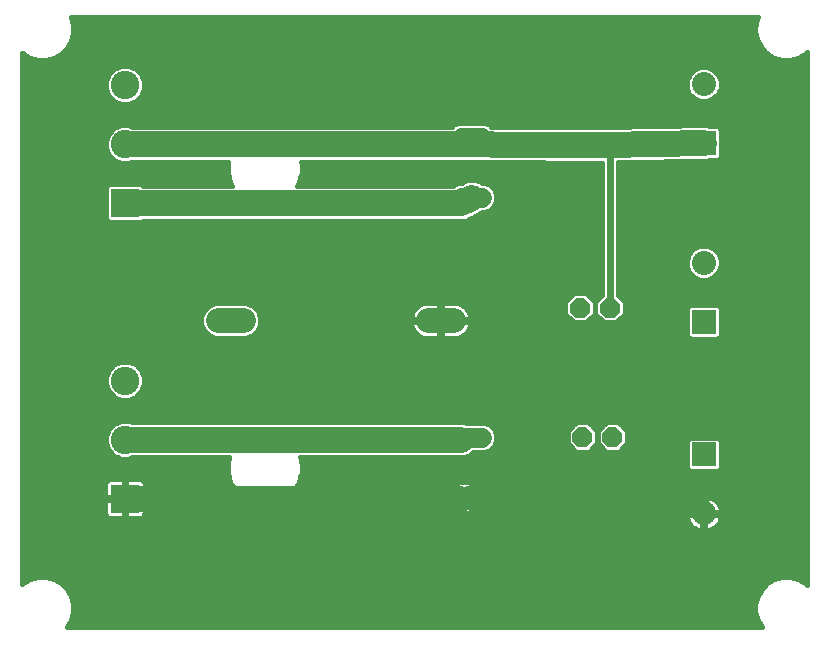
<source format=gbl>
G75*
G70*
%OFA0B0*%
%FSLAX24Y24*%
%IPPOS*%
%LPD*%
%AMOC8*
5,1,8,0,0,1.08239X$1,22.5*
%
%ADD10R,0.0800X0.0800*%
%ADD11C,0.0800*%
%ADD12R,0.0950X0.0950*%
%ADD13C,0.0950*%
%ADD14C,0.0660*%
%ADD15OC8,0.0660*%
%ADD16C,0.0825*%
%ADD17C,0.0160*%
%ADD18C,0.0860*%
%ADD19C,0.0560*%
%ADD20C,0.0240*%
D10*
X023487Y006530D03*
X023487Y010951D03*
X023487Y016904D03*
D11*
X023487Y018873D03*
X023487Y012920D03*
X023487Y004562D03*
D12*
X004196Y005054D03*
X004196Y014900D03*
D13*
X004196Y016869D03*
X004196Y018837D03*
X004196Y008991D03*
X004196Y007022D03*
D14*
X015421Y007093D02*
X016081Y007093D01*
X016081Y005093D02*
X015421Y005093D01*
X015421Y015093D02*
X016081Y015093D01*
X016081Y017093D02*
X015421Y017093D01*
D15*
X019365Y011420D03*
X020365Y011420D03*
X020444Y007113D03*
X019444Y007113D03*
D16*
X015132Y010995D02*
X014307Y010995D01*
X008132Y010995D02*
X007307Y010995D01*
D17*
X002249Y000771D02*
X025433Y000771D01*
X025418Y000787D01*
X025282Y001022D01*
X025212Y001284D01*
X025212Y001556D01*
X025282Y001818D01*
X025418Y002053D01*
X025610Y002245D01*
X025845Y002381D01*
X026107Y002451D01*
X026379Y002451D01*
X026641Y002381D01*
X026876Y002245D01*
X026935Y002186D01*
X026935Y019945D01*
X026876Y019886D01*
X026641Y019750D01*
X026379Y019680D01*
X026107Y019680D01*
X025845Y019750D01*
X025610Y019886D01*
X025418Y020078D01*
X025282Y020313D01*
X025212Y020575D01*
X025212Y020847D01*
X025282Y021108D01*
X002401Y021108D01*
X002471Y020847D01*
X002471Y020575D01*
X002401Y020313D01*
X002265Y020078D01*
X002073Y019886D01*
X001838Y019750D01*
X001576Y019680D01*
X001304Y019680D01*
X001042Y019750D01*
X000807Y019886D01*
X000768Y019925D01*
X000768Y002206D01*
X000807Y002245D01*
X001042Y002381D01*
X001304Y002451D01*
X001576Y002451D01*
X001838Y002381D01*
X002073Y002245D01*
X002265Y002053D01*
X002401Y001818D01*
X002471Y001556D01*
X002471Y001284D01*
X002401Y001022D01*
X002265Y000787D01*
X002249Y000771D01*
X002324Y000888D02*
X025359Y000888D01*
X025275Y001047D02*
X002407Y001047D01*
X002450Y001205D02*
X025233Y001205D01*
X025212Y001364D02*
X002471Y001364D01*
X002471Y001522D02*
X025212Y001522D01*
X025245Y001681D02*
X002438Y001681D01*
X002389Y001839D02*
X025294Y001839D01*
X025386Y001998D02*
X002297Y001998D01*
X002162Y002156D02*
X025521Y002156D01*
X025730Y002315D02*
X001953Y002315D01*
X000927Y002315D02*
X000768Y002315D01*
X000768Y002473D02*
X026935Y002473D01*
X026935Y002315D02*
X026756Y002315D01*
X026935Y002632D02*
X000768Y002632D01*
X000768Y002790D02*
X026935Y002790D01*
X026935Y002949D02*
X000768Y002949D01*
X000768Y003107D02*
X026935Y003107D01*
X026935Y003266D02*
X000768Y003266D01*
X000768Y003424D02*
X026935Y003424D01*
X026935Y003583D02*
X000768Y003583D01*
X000768Y003741D02*
X026935Y003741D01*
X026935Y003900D02*
X000768Y003900D01*
X000768Y004058D02*
X023198Y004058D01*
X023183Y004066D02*
X023264Y004024D01*
X023351Y003996D01*
X023439Y003982D01*
X023439Y004514D01*
X022907Y004514D01*
X022921Y004426D01*
X022950Y004339D01*
X022991Y004258D01*
X023045Y004184D01*
X023109Y004119D01*
X023183Y004066D01*
X023021Y004217D02*
X000768Y004217D01*
X000768Y004375D02*
X022938Y004375D01*
X022907Y004610D02*
X023439Y004610D01*
X023439Y005141D01*
X023351Y005127D01*
X023264Y005099D01*
X023183Y005058D01*
X023109Y005004D01*
X023045Y004939D01*
X022991Y004866D01*
X022950Y004784D01*
X022921Y004697D01*
X022907Y004610D01*
X022921Y004692D02*
X016397Y004692D01*
X016413Y004704D02*
X016470Y004761D01*
X016517Y004826D01*
X016554Y004897D01*
X016578Y004974D01*
X016591Y005053D01*
X016591Y005063D01*
X015781Y005063D01*
X015781Y005123D01*
X016591Y005123D01*
X016591Y005133D01*
X016578Y005212D01*
X016554Y005289D01*
X016517Y005360D01*
X016470Y005425D01*
X016413Y005482D01*
X016348Y005529D01*
X016277Y005566D01*
X016200Y005591D01*
X016121Y005603D01*
X015781Y005603D01*
X015781Y005123D01*
X015721Y005123D01*
X015721Y005603D01*
X015381Y005603D01*
X015301Y005591D01*
X015225Y005566D01*
X015154Y005529D01*
X015089Y005482D01*
X015032Y005425D01*
X014985Y005360D01*
X014948Y005289D01*
X014923Y005212D01*
X014911Y005133D01*
X014911Y005123D01*
X015721Y005123D01*
X015721Y005063D01*
X015781Y005063D01*
X015781Y004583D01*
X016121Y004583D01*
X016200Y004596D01*
X016277Y004620D01*
X016348Y004657D01*
X016413Y004704D01*
X016530Y004851D02*
X022983Y004851D01*
X023116Y005009D02*
X016584Y005009D01*
X016585Y005168D02*
X026935Y005168D01*
X026935Y005326D02*
X016535Y005326D01*
X016410Y005485D02*
X026935Y005485D01*
X026935Y005643D02*
X010004Y005643D01*
X009997Y005618D02*
X010081Y005931D01*
X010081Y006255D01*
X010033Y006432D01*
X015506Y006432D01*
X015723Y006522D01*
X015804Y006603D01*
X016178Y006603D01*
X016358Y006678D01*
X016496Y006816D01*
X016571Y006996D01*
X016571Y007191D01*
X016496Y007371D01*
X016358Y007508D01*
X016178Y007583D01*
X015576Y007583D01*
X015506Y007612D01*
X004431Y007612D01*
X004322Y007657D01*
X004069Y007657D01*
X003836Y007561D01*
X003657Y007382D01*
X003561Y007149D01*
X003561Y006896D01*
X003657Y006663D01*
X003836Y006484D01*
X004069Y006387D01*
X004322Y006387D01*
X004431Y006432D01*
X007668Y006432D01*
X007621Y006255D01*
X007621Y005931D01*
X007705Y005618D01*
X007867Y005338D01*
X008096Y005109D01*
X008376Y004947D01*
X008689Y004863D01*
X009013Y004863D01*
X009326Y004947D01*
X009606Y005109D01*
X009835Y005338D01*
X009997Y005618D01*
X009920Y005485D02*
X015092Y005485D01*
X014967Y005326D02*
X009823Y005326D01*
X009665Y005168D02*
X014916Y005168D01*
X014911Y005063D02*
X014911Y005053D01*
X014923Y004974D01*
X014948Y004897D01*
X014985Y004826D01*
X015032Y004761D01*
X015089Y004704D01*
X015154Y004657D01*
X015225Y004620D01*
X015301Y004596D01*
X015381Y004583D01*
X015721Y004583D01*
X015721Y005063D01*
X014911Y005063D01*
X014918Y005009D02*
X009433Y005009D01*
X010046Y005802D02*
X026935Y005802D01*
X026935Y005960D02*
X010081Y005960D01*
X010081Y006119D02*
X022927Y006119D01*
X022927Y006064D02*
X023021Y005970D01*
X023953Y005970D01*
X024047Y006064D01*
X024047Y006996D01*
X023953Y007090D01*
X023021Y007090D01*
X022927Y006996D01*
X022927Y006064D01*
X022927Y006277D02*
X010075Y006277D01*
X008268Y005009D02*
X004244Y005009D01*
X004244Y005006D02*
X004244Y005102D01*
X004148Y005102D01*
X004148Y005709D01*
X003697Y005709D01*
X003651Y005696D01*
X003610Y005673D01*
X003577Y005639D01*
X003553Y005598D01*
X003541Y005552D01*
X003541Y005102D01*
X004148Y005102D01*
X004148Y005006D01*
X003541Y005006D01*
X003541Y004555D01*
X003553Y004509D01*
X003577Y004468D01*
X003610Y004435D01*
X003651Y004411D01*
X003697Y004399D01*
X004148Y004399D01*
X004148Y005006D01*
X004244Y005006D01*
X004851Y005006D01*
X004851Y004555D01*
X004838Y004509D01*
X004815Y004468D01*
X004781Y004435D01*
X004740Y004411D01*
X004694Y004399D01*
X004244Y004399D01*
X004244Y005006D01*
X004244Y005102D02*
X004851Y005102D01*
X004851Y005552D01*
X004838Y005598D01*
X004815Y005639D01*
X004781Y005673D01*
X004740Y005696D01*
X004694Y005709D01*
X004244Y005709D01*
X004244Y005102D01*
X004244Y005168D02*
X004148Y005168D01*
X004148Y005326D02*
X004244Y005326D01*
X004244Y005485D02*
X004148Y005485D01*
X004148Y005643D02*
X004244Y005643D01*
X004811Y005643D02*
X007698Y005643D01*
X007656Y005802D02*
X000768Y005802D01*
X000768Y005960D02*
X007621Y005960D01*
X007621Y006119D02*
X000768Y006119D01*
X000768Y006277D02*
X007627Y006277D01*
X007782Y005485D02*
X004851Y005485D01*
X004851Y005326D02*
X007878Y005326D01*
X008037Y005168D02*
X004851Y005168D01*
X004851Y004851D02*
X014972Y004851D01*
X015105Y004692D02*
X004851Y004692D01*
X004845Y004534D02*
X023439Y004534D01*
X023439Y004514D02*
X023439Y004610D01*
X023535Y004610D01*
X023535Y005141D01*
X023623Y005127D01*
X023710Y005099D01*
X023791Y005058D01*
X023865Y005004D01*
X023929Y004939D01*
X023983Y004866D01*
X024025Y004784D01*
X024053Y004697D01*
X024067Y004610D01*
X023535Y004610D01*
X023535Y004514D01*
X024067Y004514D01*
X024053Y004426D01*
X024025Y004339D01*
X023983Y004258D01*
X023929Y004184D01*
X023865Y004119D01*
X023791Y004066D01*
X023710Y004024D01*
X023623Y003996D01*
X023535Y003982D01*
X023535Y004514D01*
X023439Y004514D01*
X023535Y004534D02*
X026935Y004534D01*
X026935Y004692D02*
X024054Y004692D01*
X023991Y004851D02*
X026935Y004851D01*
X026935Y005009D02*
X023858Y005009D01*
X023535Y005009D02*
X023439Y005009D01*
X023439Y004851D02*
X023535Y004851D01*
X023535Y004692D02*
X023439Y004692D01*
X023439Y004375D02*
X023535Y004375D01*
X023535Y004217D02*
X023439Y004217D01*
X023439Y004058D02*
X023535Y004058D01*
X023776Y004058D02*
X026935Y004058D01*
X026935Y004217D02*
X023953Y004217D01*
X024036Y004375D02*
X026935Y004375D01*
X026935Y006119D02*
X024047Y006119D01*
X024047Y006277D02*
X026935Y006277D01*
X026935Y006436D02*
X024047Y006436D01*
X024047Y006594D02*
X026935Y006594D01*
X026935Y006753D02*
X024047Y006753D01*
X024047Y006911D02*
X026935Y006911D01*
X026935Y007070D02*
X023974Y007070D01*
X023000Y007070D02*
X020934Y007070D01*
X020934Y007228D02*
X026935Y007228D01*
X026935Y007387D02*
X020863Y007387D01*
X020934Y007316D02*
X020647Y007603D01*
X020241Y007603D01*
X019954Y007316D01*
X019954Y006910D01*
X020241Y006623D01*
X020647Y006623D01*
X020934Y006910D01*
X020934Y007316D01*
X020704Y007545D02*
X026935Y007545D01*
X026935Y007704D02*
X000768Y007704D01*
X000768Y007862D02*
X026935Y007862D01*
X026935Y008021D02*
X000768Y008021D01*
X000768Y008179D02*
X026935Y008179D01*
X026935Y008338D02*
X000768Y008338D01*
X000768Y008496D02*
X003792Y008496D01*
X003836Y008452D02*
X004069Y008356D01*
X004322Y008356D01*
X004555Y008452D01*
X004734Y008631D01*
X004831Y008864D01*
X004831Y009117D01*
X004734Y009350D01*
X004555Y009529D01*
X004322Y009626D01*
X004069Y009626D01*
X003836Y009529D01*
X003657Y009350D01*
X003561Y009117D01*
X003561Y008864D01*
X003657Y008631D01*
X003836Y008452D01*
X003648Y008655D02*
X000768Y008655D01*
X000768Y008813D02*
X003582Y008813D01*
X003561Y008972D02*
X000768Y008972D01*
X000768Y009130D02*
X003566Y009130D01*
X003632Y009289D02*
X000768Y009289D01*
X000768Y009447D02*
X003754Y009447D01*
X004021Y009606D02*
X000768Y009606D01*
X000768Y009764D02*
X026935Y009764D01*
X026935Y009606D02*
X004371Y009606D01*
X004637Y009447D02*
X026935Y009447D01*
X026935Y009289D02*
X004760Y009289D01*
X004825Y009130D02*
X026935Y009130D01*
X026935Y008972D02*
X004831Y008972D01*
X004809Y008813D02*
X026935Y008813D01*
X026935Y008655D02*
X004744Y008655D01*
X004599Y008496D02*
X026935Y008496D01*
X026935Y009923D02*
X000768Y009923D01*
X000768Y010081D02*
X026935Y010081D01*
X026935Y010240D02*
X000768Y010240D01*
X000768Y010398D02*
X023014Y010398D01*
X023021Y010391D02*
X023953Y010391D01*
X024047Y010485D01*
X024047Y011418D01*
X023953Y011511D01*
X023021Y011511D01*
X022927Y011418D01*
X022927Y010485D01*
X023021Y010391D01*
X022927Y010557D02*
X015532Y010557D01*
X015518Y010543D02*
X015584Y010609D01*
X015639Y010684D01*
X015681Y010767D01*
X015710Y010856D01*
X015723Y010937D01*
X014777Y010937D01*
X014777Y010402D01*
X015179Y010402D01*
X015271Y010417D01*
X015359Y010446D01*
X015442Y010488D01*
X015518Y010543D01*
X015654Y010715D02*
X022927Y010715D01*
X022927Y010874D02*
X015713Y010874D01*
X015723Y011052D02*
X015710Y011133D01*
X015681Y011222D01*
X015639Y011305D01*
X015584Y011381D01*
X015518Y011447D01*
X015442Y011501D01*
X015359Y011544D01*
X015271Y011573D01*
X015179Y011587D01*
X014777Y011587D01*
X014777Y011052D01*
X015723Y011052D01*
X015691Y011191D02*
X018901Y011191D01*
X018875Y011217D02*
X019162Y010930D01*
X019568Y010930D01*
X019855Y011217D01*
X019855Y011623D01*
X019568Y011910D01*
X019162Y011910D01*
X018875Y011623D01*
X018875Y011217D01*
X018875Y011349D02*
X015607Y011349D01*
X015430Y011508D02*
X018875Y011508D01*
X018918Y011666D02*
X000768Y011666D01*
X000768Y011508D02*
X007049Y011508D01*
X006983Y011480D02*
X006822Y011319D01*
X006734Y011109D01*
X006734Y010881D01*
X006822Y010670D01*
X006983Y010509D01*
X007193Y010422D01*
X008246Y010422D01*
X008456Y010509D01*
X008617Y010670D01*
X008704Y010881D01*
X008704Y011109D01*
X008617Y011319D01*
X008456Y011480D01*
X008246Y011567D01*
X007193Y011567D01*
X006983Y011480D01*
X006852Y011349D02*
X000768Y011349D01*
X000768Y011191D02*
X006768Y011191D01*
X006734Y011032D02*
X000768Y011032D01*
X000768Y010874D02*
X006737Y010874D01*
X006803Y010715D02*
X000768Y010715D01*
X000768Y010557D02*
X006935Y010557D01*
X008503Y010557D02*
X013907Y010557D01*
X013921Y010543D02*
X013996Y010488D01*
X014079Y010446D01*
X014168Y010417D01*
X014260Y010402D01*
X014662Y010402D01*
X014662Y010937D01*
X014777Y010937D01*
X014777Y011052D01*
X014662Y011052D01*
X014662Y010937D01*
X013716Y010937D01*
X013729Y010856D01*
X013758Y010767D01*
X013800Y010684D01*
X013855Y010609D01*
X013921Y010543D01*
X013784Y010715D02*
X008636Y010715D01*
X008701Y010874D02*
X013726Y010874D01*
X013716Y011052D02*
X014662Y011052D01*
X014662Y011587D01*
X014260Y011587D01*
X014168Y011573D01*
X014079Y011544D01*
X013996Y011501D01*
X013921Y011447D01*
X013855Y011381D01*
X013800Y011305D01*
X013758Y011222D01*
X013729Y011133D01*
X013716Y011052D01*
X013748Y011191D02*
X008670Y011191D01*
X008704Y011032D02*
X014662Y011032D01*
X014777Y011032D02*
X019060Y011032D01*
X019670Y011032D02*
X020060Y011032D01*
X020162Y010930D02*
X019875Y011217D01*
X019875Y011623D01*
X020085Y011833D01*
X020085Y016256D01*
X016340Y016268D01*
X016315Y016279D01*
X010075Y016279D01*
X010081Y016255D01*
X010081Y015931D01*
X009997Y015618D01*
X009923Y015490D01*
X015125Y015490D01*
X015143Y015508D01*
X015323Y015583D01*
X015419Y015583D01*
X015564Y015665D01*
X015797Y015693D01*
X016023Y015630D01*
X016082Y015583D01*
X016178Y015583D01*
X016358Y015508D01*
X016496Y015371D01*
X016571Y015191D01*
X016571Y014996D01*
X016496Y014816D01*
X016358Y014678D01*
X020085Y014678D01*
X020085Y014836D02*
X016505Y014836D01*
X016570Y014995D02*
X020085Y014995D01*
X020085Y015153D02*
X016571Y015153D01*
X016521Y015312D02*
X020085Y015312D01*
X020085Y015470D02*
X016397Y015470D01*
X016024Y015629D02*
X020085Y015629D01*
X020085Y015787D02*
X010042Y015787D01*
X010081Y015946D02*
X020085Y015946D01*
X020085Y016104D02*
X010081Y016104D01*
X010079Y016263D02*
X018083Y016263D01*
X016581Y017447D02*
X016553Y017459D01*
X016408Y017459D01*
X016358Y017508D01*
X016178Y017583D01*
X015323Y017583D01*
X015143Y017508D01*
X015093Y017459D01*
X004431Y017459D01*
X004322Y017504D01*
X004069Y017504D01*
X003836Y017407D01*
X003657Y017228D01*
X003561Y016995D01*
X003561Y016742D01*
X003657Y016509D01*
X003836Y016330D01*
X004069Y016234D01*
X004322Y016234D01*
X004431Y016279D01*
X007627Y016279D01*
X007621Y016255D01*
X007621Y015931D01*
X007705Y015618D01*
X007779Y015490D01*
X004782Y015490D01*
X004737Y015535D01*
X003654Y015535D01*
X003561Y015441D01*
X003561Y014359D01*
X003654Y014265D01*
X004737Y014265D01*
X004782Y014310D01*
X015327Y014310D01*
X015363Y014300D01*
X015444Y014310D01*
X015526Y014310D01*
X015559Y014324D01*
X015596Y014328D01*
X015667Y014369D01*
X015743Y014400D01*
X015768Y014426D01*
X016083Y014603D01*
X016178Y014603D01*
X016358Y014678D01*
X015934Y014519D02*
X020085Y014519D01*
X020085Y014361D02*
X015653Y014361D01*
X015499Y015629D02*
X010000Y015629D01*
X007702Y015629D02*
X000768Y015629D01*
X000768Y015787D02*
X007659Y015787D01*
X007621Y015946D02*
X000768Y015946D01*
X000768Y016104D02*
X007621Y016104D01*
X007623Y016263D02*
X004392Y016263D01*
X004000Y016263D02*
X000768Y016263D01*
X000768Y016421D02*
X003745Y016421D01*
X003628Y016580D02*
X000768Y016580D01*
X000768Y016738D02*
X003563Y016738D01*
X003561Y016897D02*
X000768Y016897D01*
X000768Y017055D02*
X003586Y017055D01*
X003651Y017214D02*
X000768Y017214D01*
X000768Y017372D02*
X003801Y017372D01*
X004069Y018202D02*
X003836Y018299D01*
X003657Y018477D01*
X003561Y018711D01*
X003561Y018963D01*
X003657Y019197D01*
X003836Y019375D01*
X004069Y019472D01*
X004322Y019472D01*
X004555Y019375D01*
X004734Y019197D01*
X004831Y018963D01*
X004831Y018711D01*
X004734Y018477D01*
X004555Y018299D01*
X004322Y018202D01*
X004069Y018202D01*
X003812Y018323D02*
X000768Y018323D01*
X000768Y018165D02*
X026935Y018165D01*
X026935Y018323D02*
X023624Y018323D01*
X023598Y018313D02*
X023804Y018398D01*
X023962Y018555D01*
X024047Y018761D01*
X024047Y018984D01*
X023962Y019190D01*
X023804Y019347D01*
X023598Y019433D01*
X023376Y019433D01*
X023170Y019347D01*
X023012Y019190D01*
X022927Y018984D01*
X022927Y018761D01*
X023012Y018555D01*
X023170Y018398D01*
X023376Y018313D01*
X023598Y018313D01*
X023350Y018323D02*
X004580Y018323D01*
X004736Y018482D02*
X023086Y018482D01*
X022977Y018640D02*
X004801Y018640D01*
X004831Y018799D02*
X022927Y018799D01*
X022927Y018957D02*
X004831Y018957D01*
X004768Y019116D02*
X022982Y019116D01*
X023097Y019274D02*
X004657Y019274D01*
X004418Y019433D02*
X023376Y019433D01*
X023599Y019433D02*
X026935Y019433D01*
X026935Y019591D02*
X000768Y019591D01*
X000768Y019433D02*
X003974Y019433D01*
X003735Y019274D02*
X000768Y019274D01*
X000768Y019116D02*
X003624Y019116D01*
X003561Y018957D02*
X000768Y018957D01*
X000768Y018799D02*
X003561Y018799D01*
X003590Y018640D02*
X000768Y018640D01*
X000768Y018482D02*
X003656Y018482D01*
X002095Y019908D02*
X025588Y019908D01*
X025429Y020067D02*
X002254Y020067D01*
X002350Y020225D02*
X025333Y020225D01*
X025263Y020384D02*
X002420Y020384D01*
X002462Y020542D02*
X025221Y020542D01*
X025212Y020701D02*
X002471Y020701D01*
X002468Y020859D02*
X025215Y020859D01*
X025258Y021018D02*
X002425Y021018D01*
X001835Y019750D02*
X025848Y019750D01*
X026638Y019750D02*
X026935Y019750D01*
X026935Y019908D02*
X026898Y019908D01*
X026935Y019274D02*
X023878Y019274D01*
X023993Y019116D02*
X026935Y019116D01*
X026935Y018957D02*
X024047Y018957D01*
X024047Y018799D02*
X026935Y018799D01*
X026935Y018640D02*
X023997Y018640D01*
X023888Y018482D02*
X026935Y018482D01*
X026935Y018006D02*
X000768Y018006D01*
X000768Y017848D02*
X026935Y017848D01*
X026935Y017689D02*
X000768Y017689D01*
X000768Y017531D02*
X015197Y017531D01*
X016305Y017531D02*
X026935Y017531D01*
X026935Y017372D02*
X024045Y017372D01*
X024047Y017370D02*
X023953Y017464D01*
X023675Y017464D01*
X023594Y017496D01*
X020224Y017436D01*
X016581Y017447D01*
X020085Y014202D02*
X000768Y014202D01*
X000768Y014044D02*
X020085Y014044D01*
X020085Y013885D02*
X000768Y013885D01*
X000768Y013727D02*
X020085Y013727D01*
X020085Y013568D02*
X000768Y013568D01*
X000768Y013410D02*
X020085Y013410D01*
X020085Y013251D02*
X000768Y013251D01*
X000768Y013093D02*
X020085Y013093D01*
X020085Y012934D02*
X000768Y012934D01*
X000768Y012776D02*
X020085Y012776D01*
X020085Y012617D02*
X000768Y012617D01*
X000768Y012459D02*
X020085Y012459D01*
X020085Y012300D02*
X000768Y012300D01*
X000768Y012142D02*
X020085Y012142D01*
X020085Y011983D02*
X000768Y011983D01*
X000768Y011825D02*
X019077Y011825D01*
X019653Y011825D02*
X020077Y011825D01*
X019918Y011666D02*
X019812Y011666D01*
X019855Y011508D02*
X019875Y011508D01*
X019875Y011349D02*
X019855Y011349D01*
X019829Y011191D02*
X019901Y011191D01*
X020162Y010930D02*
X020568Y010930D01*
X020855Y011217D01*
X020855Y011623D01*
X020645Y011833D01*
X020645Y016263D01*
X023615Y016316D01*
X023679Y016344D01*
X023953Y016344D01*
X024047Y016438D01*
X024047Y016716D01*
X024079Y016797D01*
X024075Y017032D01*
X024047Y017096D01*
X024047Y017370D01*
X024047Y017214D02*
X026935Y017214D01*
X026935Y017055D02*
X024065Y017055D01*
X024077Y016897D02*
X026935Y016897D01*
X026935Y016738D02*
X024056Y016738D01*
X024047Y016580D02*
X026935Y016580D01*
X026935Y016421D02*
X024030Y016421D01*
X026935Y016263D02*
X020645Y016263D01*
X020645Y016104D02*
X026935Y016104D01*
X026935Y015946D02*
X020645Y015946D01*
X020645Y015787D02*
X026935Y015787D01*
X026935Y015629D02*
X020645Y015629D01*
X020645Y015470D02*
X026935Y015470D01*
X026935Y015312D02*
X020645Y015312D01*
X020645Y015153D02*
X026935Y015153D01*
X026935Y014995D02*
X020645Y014995D01*
X020645Y014836D02*
X026935Y014836D01*
X026935Y014678D02*
X020645Y014678D01*
X020645Y014519D02*
X026935Y014519D01*
X026935Y014361D02*
X020645Y014361D01*
X020645Y014202D02*
X026935Y014202D01*
X026935Y014044D02*
X020645Y014044D01*
X020645Y013885D02*
X026935Y013885D01*
X026935Y013727D02*
X020645Y013727D01*
X020645Y013568D02*
X026935Y013568D01*
X026935Y013410D02*
X023768Y013410D01*
X023804Y013395D02*
X023598Y013480D01*
X023376Y013480D01*
X023170Y013395D01*
X023012Y013237D01*
X022927Y013031D01*
X022927Y012808D01*
X023012Y012603D01*
X023170Y012445D01*
X023376Y012360D01*
X023598Y012360D01*
X023804Y012445D01*
X023962Y012603D01*
X024047Y012808D01*
X024047Y013031D01*
X023962Y013237D01*
X023804Y013395D01*
X023948Y013251D02*
X026935Y013251D01*
X026935Y013093D02*
X024022Y013093D01*
X024047Y012934D02*
X026935Y012934D01*
X026935Y012776D02*
X024033Y012776D01*
X023968Y012617D02*
X026935Y012617D01*
X026935Y012459D02*
X023818Y012459D01*
X023156Y012459D02*
X020645Y012459D01*
X020645Y012617D02*
X023006Y012617D01*
X022941Y012776D02*
X020645Y012776D01*
X020645Y012934D02*
X022927Y012934D01*
X022952Y013093D02*
X020645Y013093D01*
X020645Y013251D02*
X023026Y013251D01*
X023206Y013410D02*
X020645Y013410D01*
X020645Y012300D02*
X026935Y012300D01*
X026935Y012142D02*
X020645Y012142D01*
X020645Y011983D02*
X026935Y011983D01*
X026935Y011825D02*
X020653Y011825D01*
X020812Y011666D02*
X026935Y011666D01*
X026935Y011508D02*
X023957Y011508D01*
X024047Y011349D02*
X026935Y011349D01*
X026935Y011191D02*
X024047Y011191D01*
X024047Y011032D02*
X026935Y011032D01*
X026935Y010874D02*
X024047Y010874D01*
X024047Y010715D02*
X026935Y010715D01*
X026935Y010557D02*
X024047Y010557D01*
X023960Y010398D02*
X026935Y010398D01*
X022927Y011032D02*
X020670Y011032D01*
X020829Y011191D02*
X022927Y011191D01*
X022927Y011349D02*
X020855Y011349D01*
X020855Y011508D02*
X023017Y011508D01*
X020183Y007545D02*
X019704Y007545D01*
X019647Y007603D02*
X019241Y007603D01*
X018954Y007316D01*
X018954Y006910D01*
X019241Y006623D01*
X019647Y006623D01*
X019934Y006910D01*
X019934Y007316D01*
X019647Y007603D01*
X019863Y007387D02*
X020025Y007387D01*
X019954Y007228D02*
X019934Y007228D01*
X019934Y007070D02*
X019954Y007070D01*
X019954Y006911D02*
X019934Y006911D01*
X019777Y006753D02*
X020111Y006753D01*
X020777Y006753D02*
X022927Y006753D01*
X022927Y006911D02*
X020934Y006911D01*
X019111Y006753D02*
X016433Y006753D01*
X016536Y006911D02*
X018954Y006911D01*
X018954Y007070D02*
X016571Y007070D01*
X016555Y007228D02*
X018954Y007228D01*
X019025Y007387D02*
X016480Y007387D01*
X016270Y007545D02*
X019183Y007545D01*
X015795Y006594D02*
X022927Y006594D01*
X022927Y006436D02*
X015514Y006436D01*
X015721Y005485D02*
X015781Y005485D01*
X015781Y005326D02*
X015721Y005326D01*
X015721Y005168D02*
X015781Y005168D01*
X015781Y005009D02*
X015721Y005009D01*
X015721Y004851D02*
X015781Y004851D01*
X015781Y004692D02*
X015721Y004692D01*
X014777Y010557D02*
X014662Y010557D01*
X014662Y010715D02*
X014777Y010715D01*
X014777Y010874D02*
X014662Y010874D01*
X014662Y011191D02*
X014777Y011191D01*
X014777Y011349D02*
X014662Y011349D01*
X014662Y011508D02*
X014777Y011508D01*
X014008Y011508D02*
X008390Y011508D01*
X008587Y011349D02*
X013832Y011349D01*
X004244Y004851D02*
X004148Y004851D01*
X004148Y005009D02*
X000768Y005009D01*
X000768Y004851D02*
X003541Y004851D01*
X003541Y004692D02*
X000768Y004692D01*
X000768Y004534D02*
X003546Y004534D01*
X004148Y004534D02*
X004244Y004534D01*
X004244Y004692D02*
X004148Y004692D01*
X003541Y005168D02*
X000768Y005168D01*
X000768Y005326D02*
X003541Y005326D01*
X003541Y005485D02*
X000768Y005485D01*
X000768Y005643D02*
X003581Y005643D01*
X003953Y006436D02*
X000768Y006436D01*
X000768Y006594D02*
X003726Y006594D01*
X003620Y006753D02*
X000768Y006753D01*
X000768Y006911D02*
X003561Y006911D01*
X003561Y007070D02*
X000768Y007070D01*
X000768Y007228D02*
X003594Y007228D01*
X003662Y007387D02*
X000768Y007387D01*
X000768Y007545D02*
X003821Y007545D01*
X003561Y014361D02*
X000768Y014361D01*
X000768Y014519D02*
X003561Y014519D01*
X003561Y014678D02*
X000768Y014678D01*
X000768Y014836D02*
X003561Y014836D01*
X003561Y014995D02*
X000768Y014995D01*
X000768Y015153D02*
X003561Y015153D01*
X003561Y015312D02*
X000768Y015312D01*
X000768Y015470D02*
X003589Y015470D01*
X001044Y019750D02*
X000768Y019750D01*
X000768Y019908D02*
X000785Y019908D01*
D18*
X004196Y016869D02*
X016436Y016869D01*
X016460Y016858D02*
X020228Y016846D01*
X023487Y016904D01*
X015751Y015093D02*
X015408Y014900D01*
X004196Y014900D01*
X004196Y007022D02*
X015389Y007022D01*
X015751Y005093D02*
X023278Y005093D01*
X015389Y005054D02*
X004196Y005054D01*
D19*
X015389Y005054D02*
X015751Y005093D01*
X015389Y007022D02*
X015751Y007093D01*
X023278Y005093D02*
X023487Y004562D01*
X016460Y016858D02*
X015751Y017093D01*
X016436Y016869D01*
D20*
X020228Y016846D02*
X020365Y016709D01*
X020365Y011420D01*
M02*

</source>
